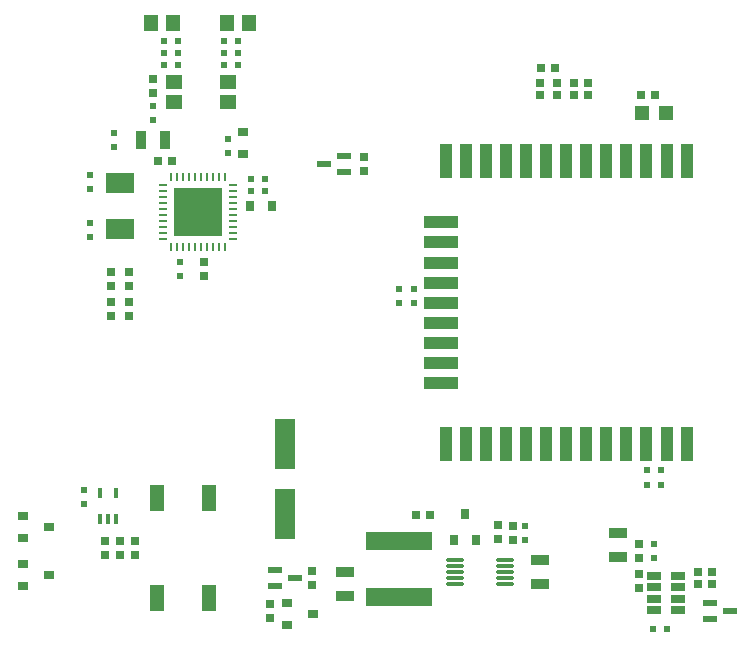
<source format=gtp>
G04 Layer_Color=8421504*
%FSLAX24Y24*%
%MOIN*%
G70*
G01*
G75*
%ADD10R,0.0512X0.0866*%
%ADD11R,0.0256X0.0295*%
%ADD12R,0.0591X0.0335*%
%ADD13R,0.0295X0.0256*%
%ADD14R,0.0315X0.0276*%
%ADD15R,0.0472X0.0472*%
%ADD16R,0.0650X0.1693*%
%ADD17R,0.0236X0.0236*%
%ADD18R,0.0236X0.0236*%
%ADD19R,0.0354X0.0315*%
%ADD20O,0.0650X0.0118*%
%ADD21R,0.0315X0.0354*%
%ADD22R,0.0945X0.0669*%
%ADD23R,0.0512X0.0217*%
%ADD24R,0.1181X0.0394*%
%ADD25R,0.0394X0.1181*%
%ADD26R,0.0256X0.0354*%
%ADD27R,0.0354X0.0256*%
%ADD28R,0.0571X0.0512*%
%ADD29R,0.0472X0.0532*%
%ADD30R,0.2244X0.0630*%
%ADD31R,0.0335X0.0591*%
%ADD32O,0.0079X0.0315*%
%ADD33O,0.0315X0.0079*%
%ADD34R,0.1614X0.1614*%
%ADD35R,0.0177X0.0374*%
%ADD36R,0.0453X0.0295*%
D10*
X-6366Y-6546D02*
D03*
Y-9854D02*
D03*
X-4634D02*
D03*
Y-6546D02*
D03*
D11*
X-1200Y-8974D02*
D03*
Y-9426D02*
D03*
X-8100Y-7974D02*
D03*
Y-8426D02*
D03*
X-7600Y-7974D02*
D03*
Y-8426D02*
D03*
X-7100Y-7974D02*
D03*
Y-8426D02*
D03*
X5500Y-7474D02*
D03*
Y-7926D02*
D03*
X5000Y-7900D02*
D03*
Y-7447D02*
D03*
X-7900Y0D02*
D03*
Y-453D02*
D03*
X-7300Y0D02*
D03*
Y-453D02*
D03*
Y1000D02*
D03*
Y547D02*
D03*
X-7900Y1000D02*
D03*
Y547D02*
D03*
X-2600Y-10074D02*
D03*
Y-10526D02*
D03*
X9700Y-9074D02*
D03*
Y-9526D02*
D03*
X-6500Y6974D02*
D03*
Y7426D02*
D03*
X-4800Y874D02*
D03*
Y1326D02*
D03*
X535Y4826D02*
D03*
Y4374D02*
D03*
X9700Y-8074D02*
D03*
Y-8526D02*
D03*
D12*
X-100Y-9016D02*
D03*
Y-9784D02*
D03*
X9000Y-7716D02*
D03*
Y-8484D02*
D03*
X6400Y-9384D02*
D03*
Y-8616D02*
D03*
D13*
X6449Y7803D02*
D03*
X6902D02*
D03*
X8002Y7303D02*
D03*
X7549D02*
D03*
X8002Y6903D02*
D03*
X7549D02*
D03*
X9774Y6900D02*
D03*
X10226D02*
D03*
X2726Y-7100D02*
D03*
X2274D02*
D03*
X12126Y-9000D02*
D03*
X11674D02*
D03*
X12126Y-9400D02*
D03*
X11674D02*
D03*
X-6326Y4700D02*
D03*
X-5874D02*
D03*
D14*
X6400Y7300D02*
D03*
X6951D02*
D03*
Y6906D02*
D03*
X6400D02*
D03*
D15*
X10613Y6300D02*
D03*
X9787D02*
D03*
D16*
X-2100Y-4719D02*
D03*
Y-7081D02*
D03*
D17*
X10436Y-6100D02*
D03*
X9964D02*
D03*
X10436Y-5600D02*
D03*
X9964D02*
D03*
X-2764Y4100D02*
D03*
X-3236D02*
D03*
X-4136Y7900D02*
D03*
X-3664D02*
D03*
X-4136Y8300D02*
D03*
X-3664D02*
D03*
Y8700D02*
D03*
X-4136D02*
D03*
X-6136Y7900D02*
D03*
X-5664D02*
D03*
Y8700D02*
D03*
X-6136D02*
D03*
X-5664Y8300D02*
D03*
X-6136D02*
D03*
X-3236Y3700D02*
D03*
X-2764D02*
D03*
X10636Y-10900D02*
D03*
X10164D02*
D03*
D18*
X5900Y-7936D02*
D03*
Y-7464D02*
D03*
X-8600Y2164D02*
D03*
Y2636D02*
D03*
X1700Y436D02*
D03*
Y-36D02*
D03*
X2200Y436D02*
D03*
Y-36D02*
D03*
X-7800Y5636D02*
D03*
Y5164D02*
D03*
X-4000Y5436D02*
D03*
Y4964D02*
D03*
X-6500Y6064D02*
D03*
Y6536D02*
D03*
X-5600Y864D02*
D03*
Y1336D02*
D03*
X-8800Y-6264D02*
D03*
Y-6736D02*
D03*
X-8600Y4236D02*
D03*
Y3764D02*
D03*
X10200Y-8536D02*
D03*
Y-8064D02*
D03*
D19*
X-9977Y-7500D02*
D03*
X-10823Y-7874D02*
D03*
Y-7126D02*
D03*
X-9977Y-9100D02*
D03*
X-10823Y-9474D02*
D03*
Y-8726D02*
D03*
X-1177Y-10400D02*
D03*
X-2023Y-10774D02*
D03*
Y-10026D02*
D03*
D20*
X3583Y-8606D02*
D03*
Y-8803D02*
D03*
Y-9000D02*
D03*
Y-9197D02*
D03*
Y-9394D02*
D03*
X5217Y-8606D02*
D03*
Y-8803D02*
D03*
Y-9000D02*
D03*
Y-9197D02*
D03*
Y-9394D02*
D03*
D21*
X3900Y-7077D02*
D03*
X4274Y-7923D02*
D03*
X3526D02*
D03*
D22*
X-7600Y2432D02*
D03*
Y3968D02*
D03*
D23*
X-1765Y-9200D02*
D03*
X-2435Y-9456D02*
D03*
Y-8944D02*
D03*
X-800Y4600D02*
D03*
X-131Y4856D02*
D03*
Y4344D02*
D03*
X12065Y-10044D02*
D03*
Y-10556D02*
D03*
X12735Y-10300D02*
D03*
D24*
X3097Y-2698D02*
D03*
Y-2029D02*
D03*
Y-1360D02*
D03*
Y-691D02*
D03*
Y-21D02*
D03*
Y648D02*
D03*
Y1317D02*
D03*
Y1987D02*
D03*
Y2656D02*
D03*
D25*
X3254Y4703D02*
D03*
X3924D02*
D03*
X4593D02*
D03*
X5262D02*
D03*
X5932D02*
D03*
X6601D02*
D03*
X7270D02*
D03*
X7939D02*
D03*
X8609D02*
D03*
X9278D02*
D03*
X9947D02*
D03*
X10617D02*
D03*
X11286D02*
D03*
Y-4746D02*
D03*
X10617D02*
D03*
X9947D02*
D03*
X9278D02*
D03*
X8609D02*
D03*
X7939D02*
D03*
X7270D02*
D03*
X6601D02*
D03*
X5932D02*
D03*
X5262D02*
D03*
X4593D02*
D03*
X3924D02*
D03*
X3254D02*
D03*
D26*
X-3264Y3200D02*
D03*
X-2536D02*
D03*
D27*
X-3500Y4936D02*
D03*
Y5664D02*
D03*
D28*
X-4000Y7335D02*
D03*
Y6665D02*
D03*
X-5800Y7335D02*
D03*
Y6665D02*
D03*
D29*
X-3290Y9300D02*
D03*
X-4038D02*
D03*
X-6574D02*
D03*
X-5826D02*
D03*
D30*
X1700Y-9825D02*
D03*
Y-7975D02*
D03*
D31*
X-6116Y5400D02*
D03*
X-6884D02*
D03*
D32*
X-4114Y4181D02*
D03*
X-4311D02*
D03*
X-4508D02*
D03*
X-4705D02*
D03*
X-4902D02*
D03*
X-5098D02*
D03*
X-5295D02*
D03*
X-5492D02*
D03*
X-5689D02*
D03*
X-5886D02*
D03*
Y1819D02*
D03*
X-5689D02*
D03*
X-5492D02*
D03*
X-5295D02*
D03*
X-5098D02*
D03*
X-4902D02*
D03*
X-4705D02*
D03*
X-4508D02*
D03*
X-4311D02*
D03*
X-4114D02*
D03*
D33*
X-6181Y3886D02*
D03*
Y3689D02*
D03*
Y3492D02*
D03*
Y3295D02*
D03*
Y3098D02*
D03*
Y2902D02*
D03*
Y2705D02*
D03*
Y2508D02*
D03*
Y2311D02*
D03*
Y2114D02*
D03*
X-3819D02*
D03*
Y2311D02*
D03*
Y2508D02*
D03*
Y2705D02*
D03*
Y2902D02*
D03*
Y3098D02*
D03*
Y3295D02*
D03*
Y3492D02*
D03*
Y3689D02*
D03*
Y3886D02*
D03*
D34*
X-5000Y3000D02*
D03*
D35*
X-8256Y-6367D02*
D03*
X-7744D02*
D03*
Y-7233D02*
D03*
X-8000D02*
D03*
X-8256D02*
D03*
D36*
X10206Y-9127D02*
D03*
Y-9509D02*
D03*
Y-9891D02*
D03*
Y-10273D02*
D03*
X10994Y-9127D02*
D03*
Y-9509D02*
D03*
Y-9891D02*
D03*
Y-10273D02*
D03*
M02*

</source>
